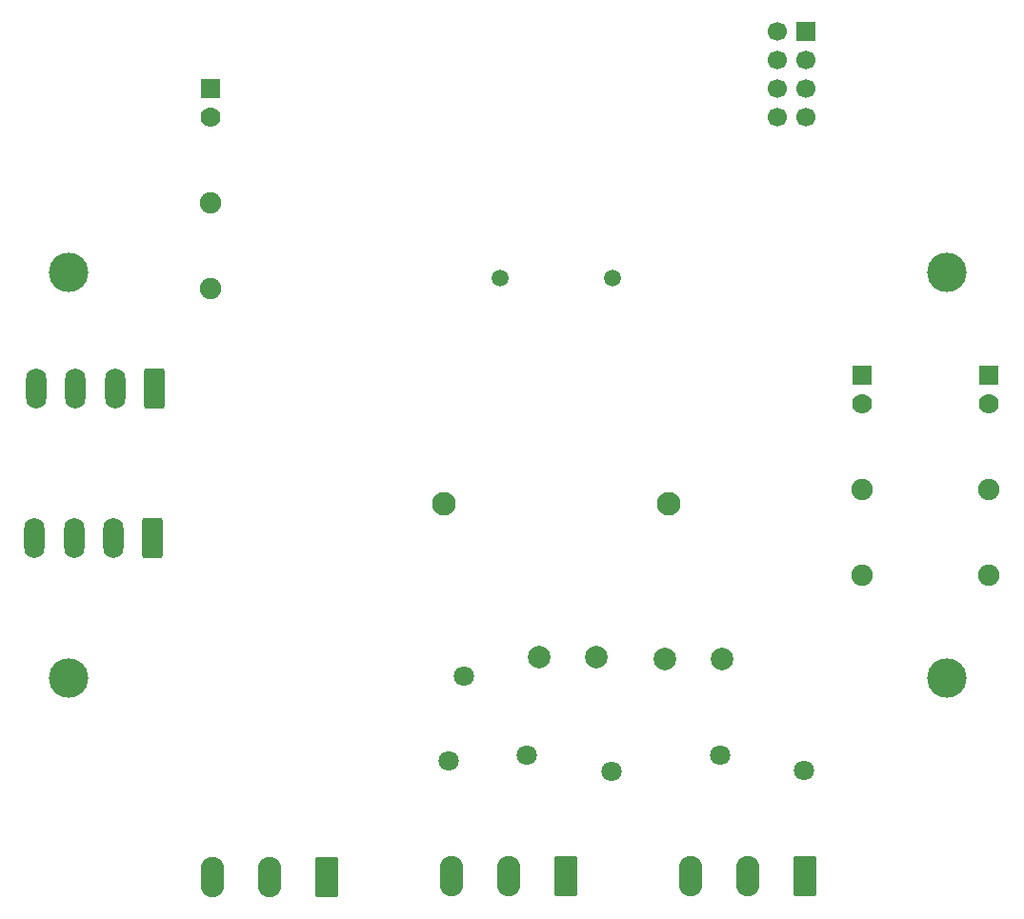
<source format=gbr>
%TF.GenerationSoftware,KiCad,Pcbnew,9.0.6*%
%TF.CreationDate,2025-11-29T13:29:23+01:00*%
%TF.ProjectId,AMN_230V_pcb,414d4e5f-3233-4305-965f-7063622e6b69,rev?*%
%TF.SameCoordinates,Original*%
%TF.FileFunction,Soldermask,Bot*%
%TF.FilePolarity,Negative*%
%FSLAX46Y46*%
G04 Gerber Fmt 4.6, Leading zero omitted, Abs format (unit mm)*
G04 Created by KiCad (PCBNEW 9.0.6) date 2025-11-29 13:29:23*
%MOMM*%
%LPD*%
G01*
G04 APERTURE LIST*
G04 Aperture macros list*
%AMRoundRect*
0 Rectangle with rounded corners*
0 $1 Rounding radius*
0 $2 $3 $4 $5 $6 $7 $8 $9 X,Y pos of 4 corners*
0 Add a 4 corners polygon primitive as box body*
4,1,4,$2,$3,$4,$5,$6,$7,$8,$9,$2,$3,0*
0 Add four circle primitives for the rounded corners*
1,1,$1+$1,$2,$3*
1,1,$1+$1,$4,$5*
1,1,$1+$1,$6,$7*
1,1,$1+$1,$8,$9*
0 Add four rect primitives between the rounded corners*
20,1,$1+$1,$2,$3,$4,$5,0*
20,1,$1+$1,$4,$5,$6,$7,0*
20,1,$1+$1,$6,$7,$8,$9,0*
20,1,$1+$1,$8,$9,$2,$3,0*%
G04 Aperture macros list end*
%ADD10C,3.500000*%
%ADD11C,2.000000*%
%ADD12R,1.778000X1.778000*%
%ADD13C,1.778000*%
%ADD14C,1.900000*%
%ADD15C,1.800000*%
%ADD16R,1.700000X1.700000*%
%ADD17C,1.700000*%
%ADD18RoundRect,0.249999X0.790001X1.550001X-0.790001X1.550001X-0.790001X-1.550001X0.790001X-1.550001X0*%
%ADD19O,2.080000X3.600000*%
%ADD20RoundRect,0.250000X0.650000X1.550000X-0.650000X1.550000X-0.650000X-1.550000X0.650000X-1.550000X0*%
%ADD21O,1.800000X3.600000*%
%ADD22C,2.100000*%
%ADD23C,1.500000*%
G04 APERTURE END LIST*
D10*
%TO.C,H3*%
X145350000Y-119350000D03*
%TD*%
D11*
%TO.C,F2*%
X120310000Y-117650000D03*
X125390000Y-117650000D03*
%TD*%
D12*
%TO.C,K3*%
X79922500Y-66997500D03*
D13*
X79922500Y-69537500D03*
D14*
X79922500Y-77157500D03*
X79922500Y-84777500D03*
%TD*%
D15*
%TO.C,V3*%
X101100000Y-126700000D03*
X102500000Y-119200000D03*
%TD*%
D10*
%TO.C,H1*%
X67350000Y-83350000D03*
%TD*%
D16*
%TO.C,J5*%
X132850000Y-61850000D03*
D17*
X130310000Y-61850000D03*
X132850000Y-64390000D03*
X130310000Y-64390000D03*
X132850000Y-66930000D03*
X130310000Y-66930000D03*
X132850000Y-69470000D03*
X130310000Y-69470000D03*
%TD*%
D11*
%TO.C,F1*%
X114240000Y-117550000D03*
X109160000Y-117550000D03*
%TD*%
D15*
%TO.C,V2*%
X132700000Y-127600000D03*
X125200000Y-126200000D03*
%TD*%
D18*
%TO.C,J2*%
X111550000Y-137000000D03*
D19*
X106470000Y-137000000D03*
X101390000Y-137000000D03*
%TD*%
D20*
%TO.C,J6*%
X74800000Y-106950000D03*
D21*
X71300000Y-106950000D03*
X67800000Y-106950000D03*
X64300000Y-106950000D03*
%TD*%
D10*
%TO.C,H4*%
X67350000Y-119350000D03*
%TD*%
D12*
%TO.C,K2*%
X149150000Y-92470000D03*
D13*
X149150000Y-95010000D03*
D14*
X149150000Y-102630000D03*
X149150000Y-110250000D03*
%TD*%
D15*
%TO.C,V1*%
X115550000Y-127650000D03*
X108050000Y-126250000D03*
%TD*%
D18*
%TO.C,J3*%
X132750000Y-137000000D03*
D19*
X127670000Y-137000000D03*
X122590000Y-137000000D03*
%TD*%
D22*
%TO.C,T1*%
X100650000Y-103850000D03*
X120650000Y-103850000D03*
D23*
X105650000Y-83850000D03*
X115650000Y-83850000D03*
%TD*%
D18*
%TO.C,J1*%
X90250000Y-137050000D03*
D19*
X85170000Y-137050000D03*
X80090000Y-137050000D03*
%TD*%
D10*
%TO.C,H2*%
X145350000Y-83350000D03*
%TD*%
D20*
%TO.C,J4*%
X74950000Y-93650000D03*
D21*
X71450000Y-93650000D03*
X67950000Y-93650000D03*
X64450000Y-93650000D03*
%TD*%
D12*
%TO.C,K1*%
X137872500Y-92470000D03*
D13*
X137872500Y-95010000D03*
D14*
X137872500Y-102630000D03*
X137872500Y-110250000D03*
%TD*%
M02*

</source>
